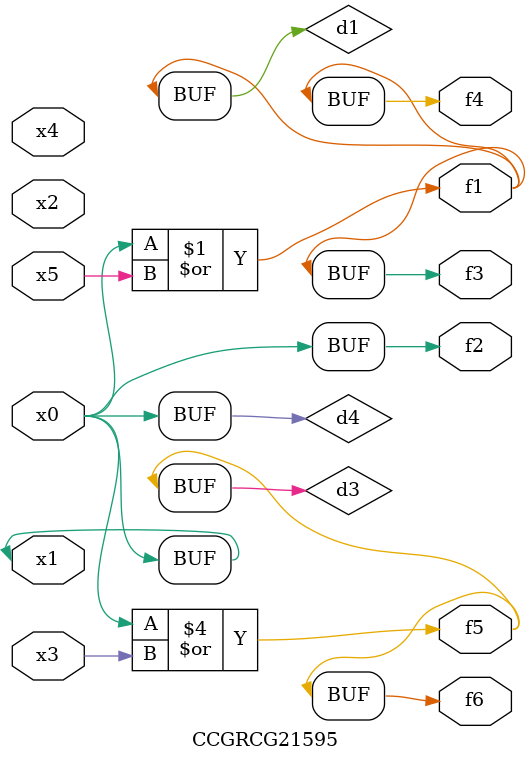
<source format=v>
module CCGRCG21595(
	input x0, x1, x2, x3, x4, x5,
	output f1, f2, f3, f4, f5, f6
);

	wire d1, d2, d3, d4;

	or (d1, x0, x5);
	xnor (d2, x1, x4);
	or (d3, x0, x3);
	buf (d4, x0, x1);
	assign f1 = d1;
	assign f2 = d4;
	assign f3 = d1;
	assign f4 = d1;
	assign f5 = d3;
	assign f6 = d3;
endmodule

</source>
